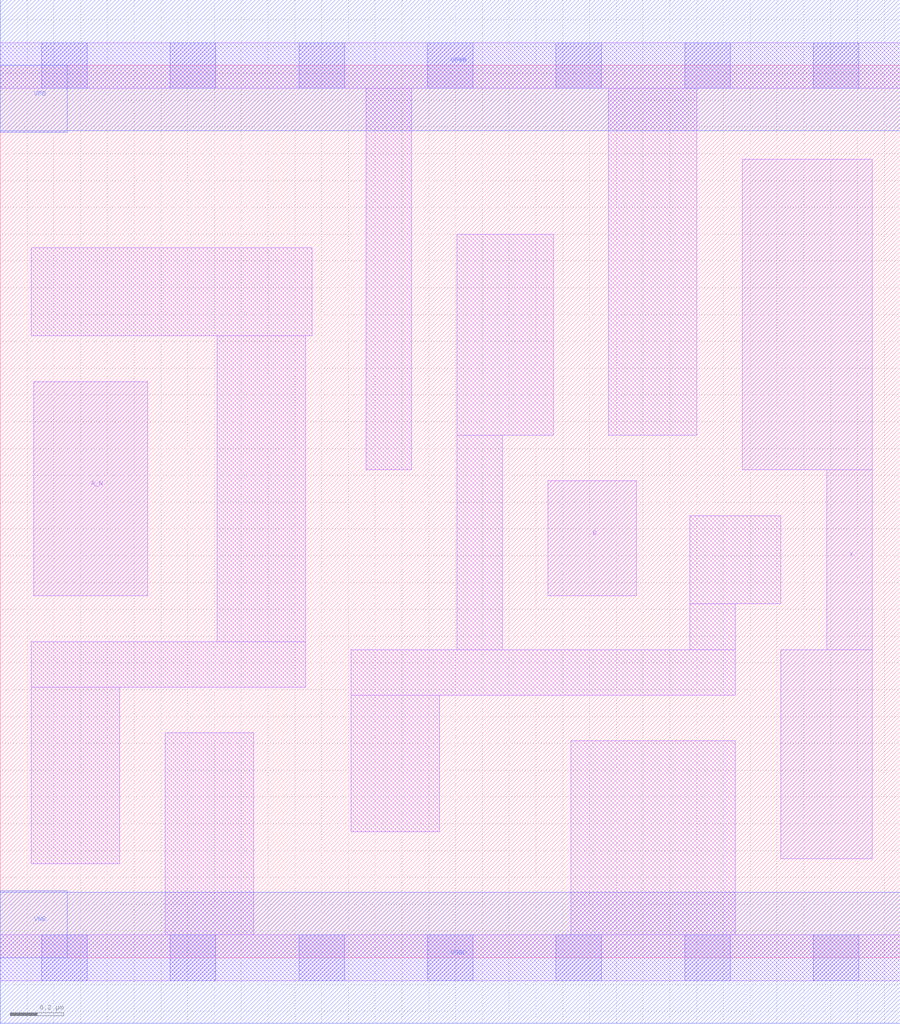
<source format=lef>
# Copyright 2020 The SkyWater PDK Authors
#
# Licensed under the Apache License, Version 2.0 (the "License");
# you may not use this file except in compliance with the License.
# You may obtain a copy of the License at
#
#     https://www.apache.org/licenses/LICENSE-2.0
#
# Unless required by applicable law or agreed to in writing, software
# distributed under the License is distributed on an "AS IS" BASIS,
# WITHOUT WARRANTIES OR CONDITIONS OF ANY KIND, either express or implied.
# See the License for the specific language governing permissions and
# limitations under the License.
#
# SPDX-License-Identifier: Apache-2.0

VERSION 5.5 ;
NAMESCASESENSITIVE ON ;
BUSBITCHARS "[]" ;
DIVIDERCHAR "/" ;
MACRO sky130_fd_sc_ms__and2b_1
  CLASS CORE ;
  SOURCE USER ;
  ORIGIN  0.000000  0.000000 ;
  SIZE  3.360000 BY  3.330000 ;
  SYMMETRY X Y ;
  SITE unit ;
  PIN A_N
    ANTENNAGATEAREA  0.208000 ;
    DIRECTION INPUT ;
    USE SIGNAL ;
    PORT
      LAYER li1 ;
        RECT 0.125000 1.350000 0.550000 2.150000 ;
    END
  END A_N
  PIN B
    ANTENNAGATEAREA  0.222000 ;
    DIRECTION INPUT ;
    USE SIGNAL ;
    PORT
      LAYER li1 ;
        RECT 2.045000 1.350000 2.375000 1.780000 ;
    END
  END B
  PIN X
    ANTENNADIFFAREA  0.541300 ;
    DIRECTION OUTPUT ;
    USE SIGNAL ;
    PORT
      LAYER li1 ;
        RECT 2.770000 1.820000 3.255000 2.980000 ;
        RECT 2.915000 0.370000 3.255000 1.150000 ;
        RECT 3.085000 1.150000 3.255000 1.820000 ;
    END
  END X
  PIN VGND
    DIRECTION INOUT ;
    USE GROUND ;
    PORT
      LAYER met1 ;
        RECT 0.000000 -0.245000 3.360000 0.245000 ;
    END
  END VGND
  PIN VNB
    DIRECTION INOUT ;
    USE GROUND ;
    PORT
      LAYER met1 ;
        RECT 0.000000 0.000000 0.250000 0.250000 ;
    END
  END VNB
  PIN VPB
    DIRECTION INOUT ;
    USE POWER ;
    PORT
      LAYER met1 ;
        RECT 0.000000 3.080000 0.250000 3.330000 ;
    END
  END VPB
  PIN VPWR
    DIRECTION INOUT ;
    USE POWER ;
    PORT
      LAYER met1 ;
        RECT 0.000000 3.085000 3.360000 3.575000 ;
    END
  END VPWR
  OBS
    LAYER li1 ;
      RECT 0.000000 -0.085000 3.360000 0.085000 ;
      RECT 0.000000  3.245000 3.360000 3.415000 ;
      RECT 0.115000  0.350000 0.445000 1.010000 ;
      RECT 0.115000  1.010000 1.140000 1.180000 ;
      RECT 0.115000  2.320000 1.165000 2.650000 ;
      RECT 0.615000  0.085000 0.945000 0.840000 ;
      RECT 0.810000  1.180000 1.140000 2.320000 ;
      RECT 1.310000  0.470000 1.640000 0.980000 ;
      RECT 1.310000  0.980000 2.745000 1.150000 ;
      RECT 1.365000  1.820000 1.535000 3.245000 ;
      RECT 1.705000  1.150000 1.875000 1.950000 ;
      RECT 1.705000  1.950000 2.065000 2.700000 ;
      RECT 2.130000  0.085000 2.745000 0.810000 ;
      RECT 2.270000  1.950000 2.600000 3.245000 ;
      RECT 2.575000  1.150000 2.745000 1.320000 ;
      RECT 2.575000  1.320000 2.915000 1.650000 ;
    LAYER mcon ;
      RECT 0.155000 -0.085000 0.325000 0.085000 ;
      RECT 0.155000  3.245000 0.325000 3.415000 ;
      RECT 0.635000 -0.085000 0.805000 0.085000 ;
      RECT 0.635000  3.245000 0.805000 3.415000 ;
      RECT 1.115000 -0.085000 1.285000 0.085000 ;
      RECT 1.115000  3.245000 1.285000 3.415000 ;
      RECT 1.595000 -0.085000 1.765000 0.085000 ;
      RECT 1.595000  3.245000 1.765000 3.415000 ;
      RECT 2.075000 -0.085000 2.245000 0.085000 ;
      RECT 2.075000  3.245000 2.245000 3.415000 ;
      RECT 2.555000 -0.085000 2.725000 0.085000 ;
      RECT 2.555000  3.245000 2.725000 3.415000 ;
      RECT 3.035000 -0.085000 3.205000 0.085000 ;
      RECT 3.035000  3.245000 3.205000 3.415000 ;
  END
END sky130_fd_sc_ms__and2b_1

</source>
